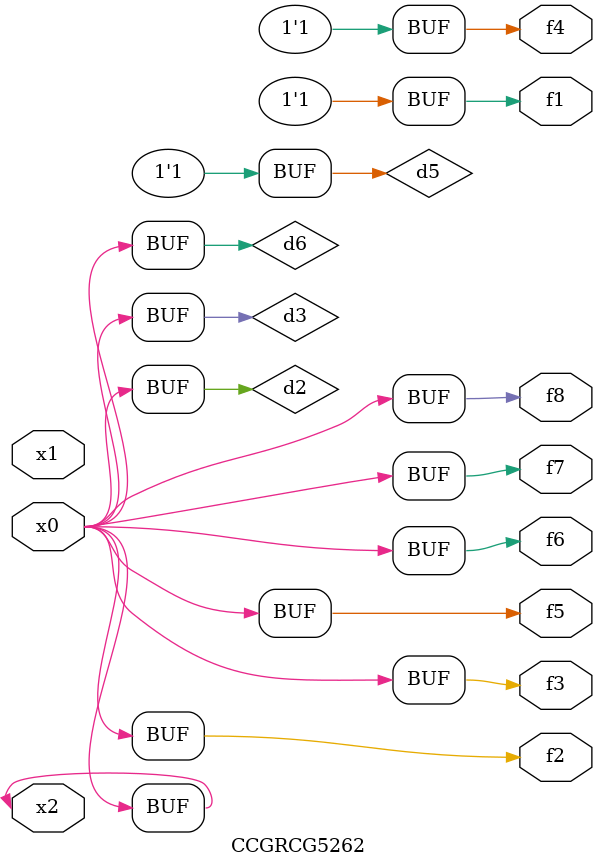
<source format=v>
module CCGRCG5262(
	input x0, x1, x2,
	output f1, f2, f3, f4, f5, f6, f7, f8
);

	wire d1, d2, d3, d4, d5, d6;

	xnor (d1, x2);
	buf (d2, x0, x2);
	and (d3, x0);
	xnor (d4, x1, x2);
	nand (d5, d1, d3);
	buf (d6, d2, d3);
	assign f1 = d5;
	assign f2 = d6;
	assign f3 = d6;
	assign f4 = d5;
	assign f5 = d6;
	assign f6 = d6;
	assign f7 = d6;
	assign f8 = d6;
endmodule

</source>
